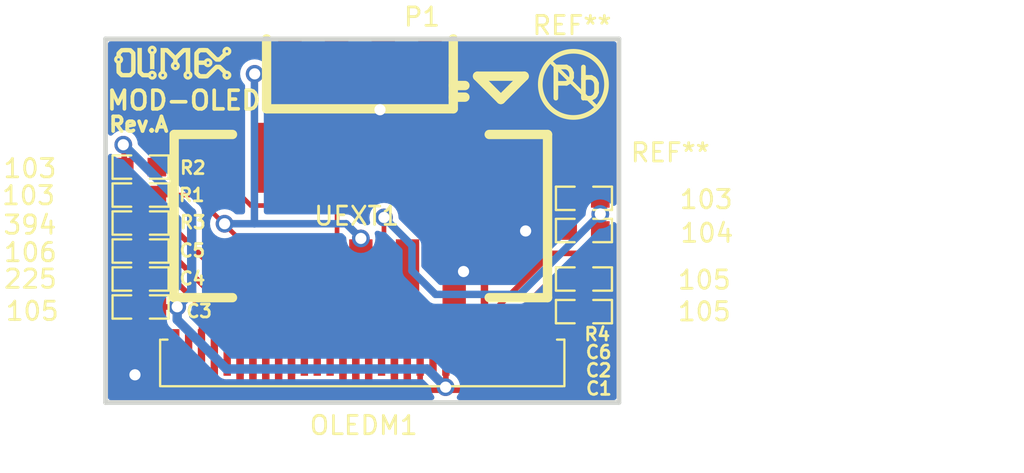
<source format=kicad_pcb>
(kicad_pcb (version 20221018) (generator pcbnew)
  (layers (0 "F.Cu" signal) (31 "B.Cu" signal) (34 "B.Paste" user) (35 "F.Paste" user) (36 "B.SilkS" user "B.Silkscreen") (37 "F.SilkS" user "F.Silkscreen") (38 "B.Mask" user) (39 "F.Mask" user) (44 "Edge.Cuts" user))
  (net 0 "")
  (net 1 "Net-(C1-Pad1)")
  (net 2 "Net-(C1-Pad2)")
  (net 3 "Net-(C2-Pad1)")
  (net 4 "Net-(C2-Pad2)")
  (net 5 "GND")
  (net 6 "Net-(C4-Pad1)")
  (net 7 "Net-(C5-Pad1)")
  (net 8 "/SCL")
  (net 9 "/SDA")
  (net 10 "Net-(OLEDM1-Pad26)")
  (net 11 "Net-(OLEDM1-Pad30)")
  (net 12 "Net-(OLEDM1-Pad1)")
  (net 13 "/VDD")
  (net 14 "Net-(OLEDM1-Pad7)")
  (net 15 "Net-(UEXT1-Pad3)")
  (net 16 "Net-(UEXT1-Pad4)")
  (net 17 "Net-(UEXT1-Pad7)")
  (net 18 "Net-(UEXT1-Pad8)")
  (net 19 "Net-(UEXT1-Pad9)")
  (net 20 "Net-(UEXT1-Pad10)")
  (net 21 "Net-(C6-Pad2)")
  (footprint "kicad_wrk:R_0603" (layer "F.Cu") (at 179.085031 137.466215 180)
    (fp_text reference "R3" (at -2.8448 0.0381 180) (layer "F.SilkS") (effects (font (size 0.7 0.7))))
    (fp_text value "394" (at 6.0198 -0.1016 180) (layer "F.SilkS"))
    (pad "1" smd rect (at -0.889 0 180) (size 1.016 1.016) (layers "F.Cu" "F.Paste" "F.Mask") (net 10 "Net-(OLEDM1-Pad26)"))
    (pad "2" smd rect (at 0.889 0 180) (size 1.016 1.016) (layers "F.Cu" "F.Paste" "F.Mask") (net 5 "GND"))
  )
  (footprint "kicad_wrk:R_0603" (layer "F.Cu") (at 179.085031 134.418215)
    (fp_text reference "R2" (at 2.8448 0.0381) (layer "F.SilkS") (effects (font (size 0.7 0.7))))
    (fp_text value "103" (at -6.0198 0.0762) (layer "F.SilkS"))
    (pad "1" smd rect (at -0.889 0) (size 1.016 1.016) (layers "F.Cu" "F.Paste" "F.Mask") (net 13 "/VDD"))
    (pad "2" smd rect (at 0.889 0) (size 1.016 1.016) (layers "F.Cu" "F.Paste" "F.Mask") (net 8 "/SCL"))
  )
  (footprint "kicad_wrk:R_0603" (layer "F.Cu") (at 179.085032 135.942215)
    (fp_text reference "R1" (at 2.7813 0) (layer "F.SilkS") (effects (font (size 0.7 0.7))))
    (fp_text value "103" (at -6.096 0.0254) (layer "F.SilkS"))
    (pad "1" smd rect (at -0.889 0) (size 1.016 1.016) (layers "F.Cu" "F.Paste" "F.Mask") (net 13 "/VDD"))
    (pad "2" smd rect (at 0.889 0) (size 1.016 1.016) (layers "F.Cu" "F.Paste" "F.Mask") (net 9 "/SDA"))
  )
  (footprint "kicad_wrk:C_0603" (layer "F.Cu") (at 179.085031 138.990215 180)
    (fp_text reference "C5" (at -2.8194 0.0254 180) (layer "F.SilkS") (effects (font (size 0.7 0.7))))
    (fp_text value "106" (at 5.9944 -0.0762 180) (layer "F.SilkS"))
    (pad "1" smd rect (at -0.889 0 180) (size 1.016 1.016) (layers "F.Cu" "F.Paste" "F.Mask") (net 7 "Net-(C5-Pad1)"))
    (pad "2" smd rect (at 0.889 0 180) (size 1.016 1.016) (layers "F.Cu" "F.Paste" "F.Mask") (net 5 "GND"))
  )
  (footprint "kicad_wrk:C_0603" (layer "F.Cu") (at 179.085032 140.514215 180)
    (fp_text reference "C4" (at -2.8194 0.0254 180) (layer "F.SilkS") (effects (font (size 0.7 0.7))))
    (fp_text value "225" (at 5.9944 0 180) (layer "F.SilkS"))
    (pad "1" smd rect (at -0.889 0 180) (size 1.016 1.016) (layers "F.Cu" "F.Paste" "F.Mask") (net 6 "Net-(C4-Pad1)"))
    (pad "2" smd rect (at 0.889 0 180) (size 1.016 1.016) (layers "F.Cu" "F.Paste" "F.Mask") (net 5 "GND"))
  )
  (footprint "kicad_wrk:C_0603" (layer "F.Cu") (at 179.085032 142.038215 180)
    (fp_text reference "C3" (at -3.1877 -0.2286 180) (layer "F.SilkS") (effects (font (size 0.7 0.7))))
    (fp_text value "105" (at 5.8928 -0.2286 180) (layer "F.SilkS"))
    (pad "1" smd rect (at -0.889 0 180) (size 1.016 1.016) (layers "F.Cu" "F.Paste" "F.Mask") (net 13 "/VDD"))
    (pad "2" smd rect (at 0.889 0 180) (size 1.016 1.016) (layers "F.Cu" "F.Paste" "F.Mask") (net 5 "GND"))
  )
  (footprint "kicad_wrk:C_0603" (layer "F.Cu") (at 203.215031 140.514215)
    (fp_text reference "C2" (at 0.8001 4.9784) (layer "F.SilkS") (effects (font (size 0.7 0.7))))
    (fp_text value "105" (at 6.5532 0.0508) (layer "F.SilkS"))
    (pad "1" smd rect (at -0.889 0) (size 1.016 1.016) (layers "F.Cu" "F.Paste" "F.Mask") (net 3 "Net-(C2-Pad1)"))
    (pad "2" smd rect (at 0.889 0) (size 1.016 1.016) (layers "F.Cu" "F.Paste" "F.Mask") (net 4 "Net-(C2-Pad2)"))
  )
  (footprint "kicad_wrk:C_0603" (layer "F.Cu") (at 203.215031 142.292215 180)
    (fp_text reference "C1" (at -0.8128 -4.191) (layer "F.SilkS") (effects (font (size 0.7 0.7))))
    (fp_text value "105" (at -6.5532 0 180) (layer "F.SilkS"))
    (pad "1" smd rect (at -0.889 0 180) (size 1.016 1.016) (layers "F.Cu" "F.Paste" "F.Mask") (net 1 "Net-(C1-Pad1)"))
    (pad "2" smd rect (at 0.889 0 180) (size 1.016 1.016) (layers "F.Cu" "F.Paste" "F.Mask") (net 2 "Net-(C1-Pad2)"))
  )
  (footprint "kicad_wrk:IROP055-SSD1306Z-PADS-ONLY" (layer "F.Cu") (at 191.150032 143.816215 180)
    (fp_text reference "OLEDM1" (at -0.0762 -4.6736 180) (layer "F.SilkS"))
    (fp_text value "IROP055")
    (pad "1" smd rect (at -10.15 -0.7 180) (size 0.4 2.54) (layers "F.Cu" "F.Paste" "F.Mask") (net 12 "Net-(OLEDM1-Pad1)"))
    (pad "2" smd rect (at -9.45 -0.7 180) (size 0.4 2.54) (layers "F.Cu" "F.Paste" "F.Mask") (net 1 "Net-(C1-Pad1)"))
    (pad "3" smd rect (at -8.75 -0.7 180) (size 0.4 2.54) (layers "F.Cu" "F.Paste" "F.Mask") (net 2 "Net-(C1-Pad2)"))
    (pad "4" smd rect (at -8.05 -0.7 180) (size 0.4 2.54) (layers "F.Cu" "F.Paste" "F.Mask") (net 3 "Net-(C2-Pad1)"))
    (pad "5" smd rect (at -7.35 -0.7 180) (size 0.4 2.54) (layers "F.Cu" "F.Paste" "F.Mask") (net 4 "Net-(C2-Pad2)"))
    (pad "6" smd rect (at -6.65 -0.7 180) (size 0.4 2.54) (layers "F.Cu" "F.Paste" "F.Mask") (net 13 "/VDD"))
    (pad "7" smd rect (at -5.95 -0.7 180) (size 0.4 2.54) (layers "F.Cu" "F.Paste" "F.Mask") (net 14 "Net-(OLEDM1-Pad7)"))
    (pad "8" smd rect (at -5.25 -0.7 180) (size 0.4 2.54) (layers "F.Cu" "F.Paste" "F.Mask") (net 5 "GND"))
    (pad "9" smd rect (at -4.55 -0.7 180) (size 0.4 2.54) (layers "F.Cu" "F.Paste" "F.Mask") (net 13 "/VDD"))
    (pad "10" smd rect (at -3.85 -0.7 180) (size 0.4 2.54) (layers "F.Cu" "F.Paste" "F.Mask") (net 5 "GND"))
    (pad "11" smd rect (at -3.15 -0.7 180) (size 0.4 2.54) (layers "F.Cu" "F.Paste" "F.Mask") (net 13 "/VDD"))
    (pad "12" smd rect (at -2.45 -0.7 180) (size 0.4 2.54) (layers "F.Cu" "F.Paste" "F.Mask") (net 5 "GND"))
    (pad "13" smd rect (at -1.75 -0.7 180) (size 0.4 2.54) (layers "F.Cu" "F.Paste" "F.Mask") (net 5 "GND"))
    (pad "14" smd rect (at -1.05 -0.7 180) (size 0.4 2.54) (layers "F.Cu" "F.Paste" "F.Mask") (net 21 "Net-(C6-Pad2)"))
    (pad "15" smd rect (at -0.35 -0.7 180) (size 0.4 2.54) (layers "F.Cu" "F.Paste" "F.Mask") (net 5 "GND"))
    (pad "16" smd rect (at 0.35 -0.7 180) (size 0.4 2.54) (layers "F.Cu" "F.Paste" "F.Mask") (net 5 "GND"))
    (pad "17" smd rect (at 1.05 -0.7 180) (size 0.4 2.54) (layers "F.Cu" "F.Paste" "F.Mask") (net 5 "GND"))
    (pad "18" smd rect (at 1.75 -0.7 180) (size 0.4 2.54) (layers "F.Cu" "F.Paste" "F.Mask") (net 8 "/SCL"))
    (pad "19" smd rect (at 2.45 -0.7 180) (size 0.4 2.54) (layers "F.Cu" "F.Paste" "F.Mask") (net 9 "/SDA"))
    (pad "20" smd rect (at 3.15 -0.7 180) (size 0.4 2.54) (layers "F.Cu" "F.Paste" "F.Mask") (net 9 "/SDA"))
    (pad "21" smd rect (at 3.85 -0.7 180) (size 0.4 2.54) (layers "F.Cu" "F.Paste" "F.Mask") (net 5 "GND"))
    (pad "22" smd rect (at 4.55 -0.7 180) (size 0.4 2.54) (layers "F.Cu" "F.Paste" "F.Mask") (net 5 "GND"))
    (pad "23" smd rect (at 5.25 -0.7 180) (size 0.4 2.54) (layers "F.Cu" "F.Paste" "F.Mask") (net 5 "GND"))
    (pad "24" smd rect (at 5.95 -0.7 180) (size 0.4 2.54) (layers "F.Cu" "F.Paste" "F.Mask") (net 5 "GND"))
    (pad "25" smd rect (at 6.65 -0.7 180) (size 0.4 2.54) (layers "F.Cu" "F.Paste" "F.Mask") (net 5 "GND"))
    (pad "26" smd rect (at 7.35 -0.7 180) (size 0.4 2.54) (layers "F.Cu" "F.Paste" "F.Mask") (net 10 "Net-(OLEDM1-Pad26)"))
    (pad "27" smd rect (at 8.05 -0.7 180) (size 0.4 2.54) (layers "F.Cu" "F.Paste" "F.Mask") (net 7 "Net-(C5-Pad1)"))
    (pad "28" smd rect (at 8.75 -0.7 180) (size 0.4 2.54) (layers "F.Cu" "F.Paste" "F.Mask") (net 6 "Net-(C4-Pad1)"))
    (pad "29" smd rect (at 9.45 -0.7 180) (size 0.4 2.54) (layers "F.Cu" "F.Paste" "F.Mask") (net 5 "GND"))
    (pad "30" smd rect (at 10.15 -0.7 180) (size 0.4 2.54) (layers "F.Cu" "F.Paste" "F.Mask") (net 11 "Net-(OLEDM1-Pad30)"))
  )
  (footprint "kicad_wrk:UEXTM-SMD" (layer "F.Cu") (at 191.073831 137.085215)
    (fp_text reference "UEXT1" (at -0.2286 0) (layer "F.SilkS"))
    (fp_text value "CONN_02X05")
    (pad "1" smd rect (at 5.08 -3.175) (size 1.27 3.81) (layers "F.Cu" "F.Paste" "F.Mask") (net 13 "/VDD"))
    (pad "2" smd rect (at 5.08 3.175) (size 1.27 3.81) (layers "F.Cu" "F.Paste" "F.Mask") (net 5 "GND"))
    (pad "3" smd rect (at 2.54 -3.175) (size 1.27 3.81) (layers "F.Cu" "F.Paste" "F.Mask") (net 15 "Net-(UEXT1-Pad3)"))
    (pad "4" smd rect (at 2.54 3.175) (size 1.27 3.81) (layers "F.Cu" "F.Paste" "F.Mask") (net 16 "Net-(UEXT1-Pad4)"))
    (pad "5" smd rect (at 0 -3.175) (size 1.27 3.81) (layers "F.Cu" "F.Paste" "F.Mask") (net 8 "/SCL"))
    (pad "6" smd rect (at 0 3.175) (size 1.27 3.81) (layers "F.Cu" "F.Paste" "F.Mask") (net 9 "/SDA"))
    (pad "7" smd rect (at -2.54 -3.175) (size 1.27 3.81) (layers "F.Cu" "F.Paste" "F.Mask") (net 17 "Net-(UEXT1-Pad7)"))
    (pad "8" smd rect (at -2.54 3.175) (size 1.27 3.81) (layers "F.Cu" "F.Paste" "F.Mask") (net 18 "Net-(UEXT1-Pad8)"))
    (pad "9" smd rect (at -5.08 -3.175) (size 1.27 3.81) (layers "F.Cu" "F.Paste" "F.Mask") (net 19 "Net-(UEXT1-Pad9)"))
    (pad "10" smd rect (at -5.08 3.175) (size 1.27 3.81) (layers "F.Cu" "F.Paste" "F.Mask") (net 20 "Net-(UEXT1-Pad10)"))
  )
  (footprint "kicad_wrk:SIP4_SMD" (layer "F.Cu") (at 191.023032 129.338213 180)
    (fp_text reference "P1" (at -3.3782 3.0988 180) (layer "F.SilkS"))
    (fp_text value "CONN_01X04")
    (pad "1" smd rect (at -3.81 0 180) (size 1.27 3.81) (layers "F.Cu" "F.Mask") (net 13 "/VDD"))
    (pad "2" smd rect (at -1.27 0 180) (size 1.27 3.81) (layers "F.Cu" "F.Mask") (net 5 "GND"))
    (pad "3" smd rect (at 1.27 0 180) (size 1.27 3.81) (layers "F.Cu" "F.Mask") (net 8 "/SCL"))
    (pad "4" smd rect (at 3.81 0 180) (size 1.27 3.81) (layers "F.Cu" "F.Mask") (net 9 "/SDA"))
  )
  (footprint "kicad_wrk:C_0603" (layer "F.Cu") (at 203.21503 137.872615)
    (fp_text reference "C6" (at 0.8001 6.6294) (layer "F.SilkS") (effects (font (size 0.7 0.7))))
    (fp_text value "104" (at 6.6929 0.1397) (layer "F.SilkS"))
    (pad "1" smd rect (at -0.889 0) (size 1.016 1.016) (layers "F.Cu" "F.Paste" "F.Mask") (net 5 "GND"))
    (pad "2" smd rect (at 0.889 0) (size 1.016 1.016) (layers "F.Cu" "F.Paste" "F.Mask") (net 21 "Net-(C6-Pad2)"))
  )
  (footprint "kicad_wrk:R_0603" (layer "F.Cu") (at 203.215032 136.120015)
    (fp_text reference "R4" (at 0.7239 7.4041) (layer "F.SilkS") (effects (font (size 0.7 0.7))))
    (fp_text value "103" (at 6.6548 0.0635) (layer "F.SilkS"))
    (pad "1" smd rect (at -0.889 0) (size 1.016 1.016) (layers "F.Cu" "F.Paste" "F.Mask") (net 13 "/VDD"))
    (pad "2" smd rect (at 0.889 0) (size 1.016 1.016) (layers "F.Cu" "F.Paste" "F.Mask") (net 21 "Net-(C6-Pad2)"))
  )
  (footprint "kicad_wrk:Fiducial1x3" (layer "F.Cu") (at 203.189632 133.821315 180)
    (fp_text reference "REF**" (at -4.7244 0.1905 180) (layer "F.SilkS"))
    (fp_text value "Fiducial1x3")
    (pad "Fid1" smd circle (at 0 0 180) (size 1 1) (layers "F.Cu" "F.Mask"))
  )
  (footprint "OLIMEX_LOGOs-FP:LOGO_OLIMEX_80" (layer "F.Cu") (at 180.837632 128.728615)
    (fp_text reference "" hide)
    (fp_text value "" hide)
  )
  (footprint "OLIMEX_LOGOs-FP:LOGO_PBFREE" (layer "F.Cu") (at 202.8444 130.2258)
    (fp_text reference "REF**" (at -0.2794 -3.52552) (layer "F.SilkS"))
    (fp_text value "LOGO_PBFREE")
    (fp_text user "Pb" (at -0.08636 -0.33528) (layer "F.SilkS") (effects (font (size 1.7 1.5) (thickness 0.254))))
  )
  (gr_line (start 177.180032 127.433215) (end 177.180031 147.245215) (stroke (width 0.254)) (layer "Edge.Cuts"))
  (gr_line (start 205.120031 127.433215) (end 205.120032 147.245215) (stroke (width 0.254)) (layer "Edge.Cuts"))
  (gr_line (start 177.180032 127.433215) (end 205.120031 127.433215) (stroke (width 0.254)) (layer "Edge.Cuts"))
  (gr_line (start 177.180031 147.245215) (end 205.120032 147.245215) (stroke (width 0.254)) (layer "Edge.Cuts"))
  (gr_text "MOD-OLED" (at 181.447231 130.786015) (layer "F.SilkS") (effects (font (size 1.016 1.016) (thickness 0.2))))
  (gr_text "Rev.A" (at 178.983432 132.094115) (layer "F.SilkS") (effects (font (size 0.8 0.8) (thickness 0.2))))
  (segment (start 200.600032 146.217715) (end 200.979831 146.597515) (width 0.4064) (layer "F.Cu") (net 1))
  (segment (start 200.979831 146.597515) (end 202.656232 146.597515) (width 0.4064) (layer "F.Cu") (net 1))
  (segment (start 202.656232 146.597515) (end 204.104032 145.149715) (width 0.4064) (layer "F.Cu") (net 1))
  (segment (start 204.104032 145.149715) (end 204.104031 142.292215) (width 0.4064) (layer "F.Cu") (net 1))
  (segment (start 200.600032 144.516215) (end 200.600032 146.217715) (width 0.4064) (layer "F.Cu") (net 1))
  (segment (start 199.900032 142.813215) (end 200.421032 142.292215) (width 0.3048) (layer "F.Cu") (net 2))
  (segment (start 200.421032 142.292215) (end 202.326031 142.292215) (width 0.3048) (layer "F.Cu") (net 2))
  (segment (start 199.900032 144.516215) (end 199.900032 142.813215) (width 0.3048) (layer "F.Cu") (net 2))
  (segment (start 199.200032 142.751215) (end 201.437032 140.514215) (width 0.254) (layer "F.Cu") (net 3))
  (segment (start 201.437032 140.514215) (end 202.326032 140.514215) (width 0.3048) (layer "F.Cu") (net 3))
  (segment (start 199.200031 144.516215) (end 199.200032 142.751215) (width 0.3048) (layer "F.Cu") (net 3))
  (segment (start 198.500031 142.054215) (end 201.437031 139.117215) (width 0.3048) (layer "F.Cu") (net 4))
  (segment (start 201.437031 139.117215) (end 203.723032 139.117215) (width 0.3048) (layer "F.Cu") (net 4))
  (segment (start 203.723032 139.117215) (end 204.104032 139.498215) (width 0.3048) (layer "F.Cu") (net 4))
  (segment (start 204.104032 139.498215) (end 204.104031 140.514215) (width 0.3048) (layer "F.Cu") (net 4))
  (segment (start 198.500031 144.516215) (end 198.500031 142.054215) (width 0.3048) (layer "F.Cu") (net 4))
  (segment (start 192.293032 131.116215) (end 192.115232 131.294015) (width 0.508) (layer "F.Cu") (net 5))
  (segment (start 196.661831 140.107815) (end 196.509431 140.260215) (width 0.508) (layer "F.Cu") (net 5))
  (segment (start 196.509431 140.260215) (end 196.153832 140.260215) (width 0.508) (layer "F.Cu") (net 5))
  (segment (start 178.196031 138.990215) (end 178.196032 140.514215) (width 0.4064) (layer "F.Cu") (net 5))
  (segment (start 178.196032 145.162415) (end 179.643832 146.610215) (width 0.4064) (layer "F.Cu") (net 5))
  (segment (start 179.643832 146.610215) (end 181.548831 146.610215) (width 0.4064) (layer "F.Cu") (net 5))
  (segment (start 181.548831 146.610215) (end 181.700031 146.459015) (width 0.3048) (layer "F.Cu") (net 5))
  (segment (start 181.700031 146.459015) (end 181.700031 144.516215) (width 0.3048) (layer "F.Cu") (net 5))
  (segment (start 184.500032 146.589615) (end 184.479432 146.610215) (width 0.3048) (layer "F.Cu") (net 5))
  (segment (start 184.479432 146.610215) (end 181.548831 146.610215) (width 0.4064) (layer "F.Cu") (net 5))
  (segment (start 184.500032 146.559415) (end 184.500032 146.589615) (width 0.3048) (layer "F.Cu") (net 5))
  (segment (start 200.065432 137.872615) (end 200.040032 137.898015) (width 0.508) (layer "F.Cu") (net 5))
  (segment (start 196.400032 140.506414) (end 196.153832 140.260215) (width 0.254) (layer "F.Cu") (net 5))
  (segment (start 193.600031 142.890215) (end 193.829732 142.660515) (width 0.254) (layer "F.Cu") (net 5))
  (segment (start 193.829732 142.660515) (end 194.998131 142.660515) (width 0.254) (layer "F.Cu") (net 5))
  (segment (start 196.400031 142.660515) (end 196.400032 140.506414) (width 0.254) (layer "F.Cu") (net 5))
  (segment (start 195.000032 142.660515) (end 194.998132 142.662415) (width 0.254) (layer "F.Cu") (net 5))
  (segment (start 194.998132 142.662415) (end 194.998132 142.749415) (width 0.254) (layer "F.Cu") (net 5))
  (segment (start 194.998132 142.749415) (end 194.998131 142.660515) (width 0.254) (layer "F.Cu") (net 5))
  (segment (start 194.998131 142.660515) (end 196.400031 142.660515) (width 0.254) (layer "F.Cu") (net 5))
  (segment (start 193.283632 146.610215) (end 193.600031 146.293815) (width 0.4064) (layer "F.Cu") (net 5))
  (segment (start 193.600031 146.293815) (end 193.600031 144.516215) (width 0.4064) (layer "F.Cu") (net 5))
  (segment (start 192.900032 146.610215) (end 192.915332 146.594915) (width 0.4064) (layer "F.Cu") (net 5))
  (segment (start 192.915332 146.594915) (end 192.915332 146.508615) (width 0.4064) (layer "F.Cu") (net 5))
  (segment (start 192.915332 146.508615) (end 192.915332 146.610215) (width 0.4064) (layer "F.Cu") (net 5))
  (segment (start 192.915332 146.610215) (end 193.283632 146.610215) (width 0.4064) (layer "F.Cu") (net 5))
  (segment (start 191.500031 146.610215) (end 191.505631 146.604614) (width 0.4064) (layer "F.Cu") (net 5))
  (segment (start 191.505631 146.604614) (end 191.505632 146.483215) (width 0.4064) (layer "F.Cu") (net 5))
  (segment (start 191.505632 146.483215) (end 191.505631 146.610215) (width 0.4064) (layer "F.Cu") (net 5))
  (segment (start 191.505631 146.610215) (end 192.915332 146.610215) (width 0.4064) (layer "F.Cu") (net 5))
  (segment (start 190.800032 146.610215) (end 190.807132 146.603115) (width 0.4064) (layer "F.Cu") (net 5))
  (segment (start 190.807132 146.603115) (end 190.807132 146.495915) (width 0.4064) (layer "F.Cu") (net 5))
  (segment (start 190.807132 146.495915) (end 190.807131 146.610215) (width 0.4064) (layer "F.Cu") (net 5))
  (segment (start 190.807131 146.610215) (end 191.505631 146.610215) (width 0.4064) (layer "F.Cu") (net 5))
  (segment (start 190.100032 146.610215) (end 190.108632 146.601615) (width 0.4064) (layer "F.Cu") (net 5))
  (segment (start 190.108632 146.601615) (end 190.108632 146.432414) (width 0.4064) (layer "F.Cu") (net 5))
  (segment (start 190.108632 146.432414) (end 190.108632 146.610215) (width 0.4064) (layer "F.Cu") (net 5))
  (segment (start 190.108632 146.610215) (end 190.807131 146.610215) (width 0.4064) (layer "F.Cu") (net 5))
  (segment (start 187.300032 146.610215) (end 187.314631 146.595615) (width 0.4064) (layer "F.Cu") (net 5))
  (segment (start 187.314631 146.595615) (end 187.314631 146.495914) (width 0.4064) (layer "F.Cu") (net 5))
  (segment (start 187.314631 146.495914) (end 187.314632 146.610215) (width 0.4064) (layer "F.Cu") (net 5))
  (segment (start 187.314632 146.610215) (end 190.108632 146.610215) (width 0.4064) (layer "F.Cu") (net 5))
  (segment (start 186.600031 146.610215) (end 186.590732 146.600915) (width 0.4064) (layer "F.Cu") (net 5))
  (segment (start 186.590732 146.600915) (end 186.590732 146.521314) (width 0.4064) (layer "F.Cu") (net 5))
  (segment (start 186.590732 146.521314) (end 186.590732 146.610215) (width 0.4064) (layer "F.Cu") (net 5))
  (segment (start 186.590732 146.610215) (end 187.314632 146.610215) (width 0.4064) (layer "F.Cu") (net 5))
  (segment (start 185.900032 146.610214) (end 185.892232 146.602415) (width 0.4064) (layer "F.Cu") (net 5))
  (segment (start 185.892232 146.602415) (end 185.892232 146.483214) (width 0.4064) (layer "F.Cu") (net 5))
  (segment (start 185.892232 146.483214) (end 185.892232 146.610215) (width 0.4064) (layer "F.Cu") (net 5))
  (segment (start 185.892232 146.610215) (end 186.590732 146.610215) (width 0.4064) (layer "F.Cu") (net 5))
  (segment (start 185.200032 146.610215) (end 185.206432 146.603815) (width 0.4064) (layer "F.Cu") (net 5))
  (segment (start 185.206432 146.603815) (end 185.206431 146.508615) (width 0.4064) (layer "F.Cu") (net 5))
  (segment (start 185.206431 146.508615) (end 185.206431 146.610215) (width 0.4064) (layer "F.Cu") (net 5))
  (segment (start 185.206431 146.610215) (end 185.892232 146.610215) (width 0.4064) (layer "F.Cu") (net 5))
  (segment (start 178.196031 145.149715) (end 178.780232 145.733915) (width 0.4064) (layer "F.Cu") (net 5))
  (segment (start 178.196032 142.038215) (end 178.196032 145.162415) (width 0.4064) (layer "F.Cu") (net 5))
  (segment (start 178.196032 142.038215) (end 178.196031 145.149715) (width 0.4064) (layer "F.Cu") (net 5))
  (segment (start 192.293032 129.338215) (end 192.293032 131.116215) (width 0.508) (layer "F.Cu") (net 5))
  (segment (start 185.900032 144.516215) (end 185.900032 146.610214) (width 0.4064) (layer "F.Cu") (net 5))
  (segment (start 190.800031 144.516215) (end 190.800032 146.610215) (width 0.4064) (layer "F.Cu") (net 5))
  (segment (start 193.600031 144.516215) (end 193.600031 142.890215) (width 0.254) (layer "F.Cu") (net 5))
  (segment (start 187.300031 144.516215) (end 187.300032 146.610215) (width 0.4064) (layer "F.Cu") (net 5))
  (segment (start 186.600032 144.516215) (end 186.600031 146.610215) (width 0.4064) (layer "F.Cu") (net 5))
  (segment (start 192.900031 144.516215) (end 192.900032 146.610215) (width 0.4064) (layer "F.Cu") (net 5))
  (segment (start 190.100031 144.516215) (end 190.100032 146.610215) (width 0.4064) (layer "F.Cu") (net 5))
  (segment (start 202.326031 137.872615) (end 200.065432 137.872615) (width 0.508) (layer "F.Cu") (net 5))
  (segment (start 196.400031 144.516215) (end 196.400031 142.660515) (width 0.254) (layer "F.Cu") (net 5))
  (segment (start 184.479432 146.610215) (end 185.206431 146.610215) (width 0.4064) (layer "F.Cu") (net 5))
  (segment (start 185.200031 144.516215) (end 185.200032 146.610215) (width 0.4064) (layer "F.Cu") (net 5))
  (segment (start 195.000032 144.516215) (end 195.000032 142.660515) (width 0.254) (layer "F.Cu") (net 5))
  (segment (start 178.196031 137.466215) (end 178.196031 138.990215) (width 0.4064) (layer "F.Cu") (net 5))
  (segment (start 184.500031 144.516215) (end 184.500032 146.559415) (width 0.4064) (layer "F.Cu") (net 5))
  (segment (start 196.153832 140.260215) (end 196.153832 139.053715) (width 0.3048) (layer "F.Cu") (net 5))
  (segment (start 178.196032 140.514215) (end 178.196032 142.038215) (width 0.4064) (layer "F.Cu") (net 5))
  (segment (start 191.500032 144.516215) (end 191.500031 146.610215) (width 0.4064) (layer "F.Cu") (net 5))
  (via (at 178.780232 145.733915) (size 0.9652) (drill 0.6096) (layers "F.Cu" "B.Cu") (net 5))
  (via (at 200.040032 137.898015) (size 0.9652) (drill 0.6096) (layers "F.Cu" "B.Cu") (net 5))
  (via (at 196.661831 140.107815) (size 0.9652) (drill 0.6096) (layers "F.Cu" "B.Cu") (net 5))
  (via (at 192.115232 131.294015) (size 0.9652) (drill 0.6096) (layers "F.Cu" "B.Cu") (net 5))
  (segment (start 192.115232 131.294015) (end 194.756831 133.935615) (width 0.508) (layer "B.Cu") (net 5))
  (segment (start 194.756831 133.935615) (end 199.354232 133.935615) (width 0.508) (layer "B.Cu") (net 5))
  (segment (start 199.354232 133.935615) (end 200.014632 134.596015) (width 0.508) (layer "B.Cu") (net 5))
  (segment (start 200.014632 134.596015) (end 200.014631 137.898015) (width 0.508) (layer "B.Cu") (net 5))
  (segment (start 200.014632 138.482215) (end 198.389032 140.107815) (width 0.508) (layer "B.Cu") (net 5))
  (segment (start 198.389032 140.107815) (end 196.661831 140.107815) (width 0.508) (layer "B.Cu") (net 5))
  (segment (start 200.040032 137.898015) (end 200.014631 137.898015) (width 0.508) (layer "B.Cu") (net 5))
  (segment (start 200.014631 137.898015) (end 200.040032 137.898015) (width 0.508) (layer "B.Cu") (net 5))
  (segment (start 200.040032 137.898015) (end 200.014631 137.898015) (width 0.508) (layer "B.Cu") (net 5))
  (segment (start 200.014631 137.898015) (end 200.014632 138.482215) (width 0.508) (layer "B.Cu") (net 5))
  (segment (start 178.780232 145.733915) (end 179.313631 146.267315) (width 0.4064) (layer "B.Cu") (net 5))
  (segment (start 179.313631 146.267315) (end 179.402531 146.267315) (width 0.4064) (layer "B.Cu") (net 5))
  (segment (start 182.400031 142.051215) (end 180.863032 140.514215) (width 0.3048) (layer "F.Cu") (net 6))
  (segment (start 180.863032 140.514215) (end 179.974032 140.514215) (width 0.3048) (layer "F.Cu") (net 6))
  (segment (start 182.400031 144.516215) (end 182.400031 142.051215) (width 0.3048) (layer "F.Cu") (net 6))
  (segment (start 183.100032 141.481215) (end 180.609032 138.990215) (width 0.3048) (layer "F.Cu") (net 7))
  (segment (start 180.609032 138.990215) (end 179.974032 138.990215) (width 0.3048) (layer "F.Cu") (net 7))
  (segment (start 183.100032 144.516215) (end 183.100032 141.481215) (width 0.3048) (layer "F.Cu") (net 7))
  (segment (start 191.073832 132.094115) (end 189.753032 130.773316) (width 0.508) (layer "F.Cu") (net 8))
  (segment (start 189.753032 130.773316) (end 189.753032 129.338216) (width 0.254) (layer "F.Cu") (net 8))
  (segment (start 189.753031 130.760615) (end 189.753032 129.338216) (width 0.3048) (layer "F.Cu") (net 8))
  (segment (start 182.996632 134.418215) (end 185.092131 136.513715) (width 0.254) (layer "F.Cu") (net 8))
  (segment (start 185.092131 136.513715) (end 189.778432 136.513715) (width 0.254) (layer "F.Cu") (net 8))
  (segment (start 189.400032 142.772214) (end 189.778431 142.393815) (width 0.254) (layer "F.Cu") (net 8))
  (segment (start 189.778431 142.393815) (end 189.778432 136.513715) (width 0.254) (layer "F.Cu") (net 8))
  (segment (start 189.778432 136.513715) (end 189.778432 136.615315) (width 0.254) (layer "F.Cu") (net 8))
  (segment (start 189.778432 136.615315) (end 189.778432 136.513715) (width 0.254) (layer "F.Cu") (net 8))
  (segment (start 191.073832 136.081914) (end 190.642031 136.513715) (width 0.254) (layer "F.Cu") (net 8))
  (segment (start 190.642031 136.513715) (end 189.778432 136.513715) (width 0.254) (layer "F.Cu") (net 8))
  (segment (start 179.974032 134.418215) (end 182.996632 134.418215) (width 0.254) (layer "F.Cu") (net 8))
  (segment (start 191.073831 133.910215) (end 191.073832 132.094115) (width 0.254) (layer "F.Cu") (net 8))
  (segment (start 189.400032 144.516215) (end 189.400032 142.772214) (width 0.254) (layer "F.Cu") (net 8))
  (segment (start 191.073831 133.910215) (end 191.073832 136.081914) (width 0.254) (layer "F.Cu") (net 8))
  (segment (start 188.000032 142.964914) (end 187.708332 142.673214) (width 0.254) (layer "F.Cu") (net 9))
  (segment (start 187.708332 142.673214) (end 184.825432 142.673214) (width 0.254) (layer "F.Cu") (net 9))
  (segment (start 184.825432 142.673214) (end 184.571432 142.419215) (width 0.254) (layer "F.Cu") (net 9))
  (segment (start 184.571432 142.419215) (end 184.571432 138.456815) (width 0.254) (layer "F.Cu") (net 9))
  (segment (start 184.571432 138.456815) (end 183.657032 137.542413) (width 0.254) (layer "F.Cu") (net 9))
  (segment (start 182.056832 135.942215) (end 179.974032 135.942215) (width 0.254) (layer "F.Cu") (net 9))
  (segment (start 183.657031 137.504315) (end 183.637982 137.523364) (width 0.254) (layer "F.Cu") (net 9))
  (segment (start 183.637982 137.523364) (end 183.657031 137.504315) (width 0.254) (layer "F.Cu") (net 9))
  (segment (start 183.657031 137.504315) (end 183.657032 137.542413) (width 0.254) (layer "F.Cu") (net 9))
  (segment (start 183.657032 137.542413) (end 182.056832 135.942215) (width 0.254) (layer "F.Cu") (net 9))
  (segment (start 188.700032 144.516215) (end 188.000031 144.516215) (width 0.3048) (layer "F.Cu") (net 9))
  (segment (start 187.213032 129.338214) (end 185.295332 129.338216) (width 0.4064) (layer "F.Cu") (net 9))
  (segment (start 191.073832 140.260214) (end 191.073832 138.304415) (width 0.254) (layer "F.Cu") (net 9))
  (segment (start 188.000031 144.516215) (end 188.000032 142.964914) (width 0.254) (layer "F.Cu") (net 9))
  (segment (start 188.700032 144.516215) (end 188.700032 143.474415) (width 0.3048) (layer "F.Cu") (net 9))
  (via (at 185.295332 129.338216) (size 0.9652) (drill 0.6096) (layers "F.Cu" "B.Cu") (net 9))
  (via (at 191.073832 138.304415) (size 0.9652) (drill 0.6096) (layers "F.Cu" "B.Cu") (net 9))
  (via (at 183.657031 137.504315) (size 0.9652) (drill 0.6096) (layers "F.Cu" "B.Cu") (net 9))
  (segment (start 191.073832 138.304415) (end 190.273732 137.504315) (width 0.4064) (layer "B.Cu") (net 9))
  (segment (start 190.273732 137.504315) (end 185.282631 137.504315) (width 0.4064) (layer "B.Cu") (net 9))
  (segment (start 185.295332 129.338216) (end 185.282632 129.350915) (width 0.254) (layer "B.Cu") (net 9))
  (segment (start 185.282632 129.350915) (end 185.282631 137.504315) (width 0.4064) (layer "B.Cu") (net 9))
  (segment (start 185.282631 137.504315) (end 183.657031 137.504315) (width 0.4064) (layer "B.Cu") (net 9))
  (segment (start 183.800032 140.657215) (end 180.609032 137.466215) (width 0.3048) (layer "F.Cu") (net 10))
  (segment (start 180.609032 137.466215) (end 179.974031 137.466215) (width 0.3048) (layer "F.Cu") (net 10))
  (segment (start 183.800032 144.516215) (end 183.800032 140.657215) (width 0.3048) (layer "F.Cu") (net 10))
  (segment (start 197.800032 136.864515) (end 196.337982 135.402465) (width 0.3048) (layer "F.Cu") (net 13))
  (segment (start 194.833031 131.471815) (end 196.153831 132.792615) (width 0.4064) (layer "F.Cu") (net 13))
  (segment (start 197.779432 136.882015) (end 196.153832 135.256415) (width 0.508) (layer "F.Cu") (net 13))
  (segment (start 196.153832 135.256415) (end 196.153832 133.910215) (width 0.3048) (layer "F.Cu") (net 13))
  (segment (start 178.196031 133.249815) (end 178.145231 133.199015) (width 0.3048) (layer "F.Cu") (net 13))
  (segment (start 181.066232 142.038215) (end 181.078932 142.025515) (width 0.3048) (layer "F.Cu") (net 13))
  (segment (start 194.300032 146.229616) (end 194.642532 146.572115) (width 0.3048) (layer "F.Cu") (net 13))
  (segment (start 194.642532 146.572115) (end 195.696631 146.572115) (width 0.3048) (layer "F.Cu") (net 13))
  (segment (start 197.563532 146.572115) (end 197.800032 146.335615) (width 0.3048) (layer "F.Cu") (net 13))
  (segment (start 197.800032 146.335615) (end 197.800032 144.516215) (width 0.3048) (layer "F.Cu") (net 13))
  (segment (start 195.700032 146.572113) (end 195.696632 146.568715) (width 0.3048) (layer "F.Cu") (net 13))
  (segment (start 195.696632 146.568715) (end 195.696631 146.432414) (width 0.3048) (layer "F.Cu") (net 13))
  (segment (start 195.696631 146.432414) (end 195.696631 146.572115) (width 0.3048) (layer "F.Cu") (net 13))
  (segment (start 195.696631 146.572115) (end 197.563532 146.572115) (width 0.3048) (layer "F.Cu") (net 13))
  (segment (start 198.541432 136.120015) (end 197.779432 136.882015) (width 0.508) (layer "F.Cu") (net 13))
  (segment (start 195.683931 146.407015) (end 195.696631 146.419715) (width 0.508) (layer "F.Cu") (net 13))
  (segment (start 195.696631 146.419715) (end 195.696632 146.568715) (width 0.508) (layer "F.Cu") (net 13))
  (segment (start 179.974031 142.038215) (end 181.066232 142.038215) (width 0.3048) (layer "F.Cu") (net 13))
  (segment (start 195.700031 144.516215) (end 195.700032 146.572113) (width 0.3048) (layer "F.Cu") (net 13))
  (segment (start 194.833031 129.338215) (end 194.833031 131.471815) (width 0.4064) (layer "F.Cu") (net 13))
  (segment (start 178.196032 134.418213) (end 178.196031 133.249815) (width 0.3048) (layer "F.Cu") (net 13))
  (segment (start 178.196032 135.942215) (end 178.196032 134.418213) (width 0.4064) (layer "F.Cu") (net 13))
  (segment (start 194.300032 144.516215) (end 194.300032 146.229616) (width 0.3048) (layer "F.Cu") (net 13))
  (segment (start 197.800032 144.516215) (end 197.800032 136.864515) (width 0.4064) (layer "F.Cu") (net 13))
  (segment (start 196.153832 133.910215) (end 196.153831 132.792615) (width 0.3048) (layer "F.Cu") (net 13))
  (segment (start 202.326032 136.120015) (end 198.541432 136.120015) (width 0.508) (layer "F.Cu") (net 13))
  (via (at 178.145231 133.199015) (size 0.9652) (drill 0.6096) (layers "F.Cu" "B.Cu") (net 13))
  (via (at 181.078932 142.025515) (size 0.9652) (drill 0.6096) (layers "F.Cu" "B.Cu") (net 13))
  (via (at 195.683931 146.407015) (size 0.9652) (drill 0.6096) (layers "F.Cu" "B.Cu") (net 13))
  (segment (start 178.145231 133.199015) (end 181.828232 136.882015) (width 0.508) (layer "B.Cu") (net 13))
  (segment (start 181.828232 136.882015) (end 181.866332 136.894715) (width 0.3048) (layer "B.Cu") (net 13))
  (segment (start 181.078932 142.025515) (end 181.866332 141.238116) (width 0.508) (layer "B.Cu") (net 13))
  (segment (start 181.866332 141.238116) (end 181.866332 136.894715) (width 0.508) (layer "B.Cu") (net 13))
  (segment (start 181.078932 142.736715) (end 183.758632 145.416415) (width 0.508) (layer "B.Cu") (net 13))
  (segment (start 183.758632 145.416415) (end 194.693332 145.416414) (width 0.508) (layer "B.Cu") (net 13))
  (segment (start 194.693332 145.416414) (end 195.683931 146.407015) (width 0.508) (layer "B.Cu") (net 13))
  (segment (start 181.078932 142.025515) (end 181.078932 142.736715) (width 0.508) (layer "B.Cu") (net 13))
  (segment (start 192.200032 142.728115) (end 192.331132 142.597015) (width 0.254) (layer "F.Cu") (net 21))
  (segment (start 192.331132 142.597015) (end 192.331131 137.161415) (width 0.254) (layer "F.Cu") (net 21))
  (segment (start 204.104032 136.970914) (end 204.104031 137.872615) (width 0.508) (layer "F.Cu") (net 21))
  (segment (start 192.200032 144.516215) (end 192.200032 142.728115) (width 0.254) (layer "F.Cu") (net 21))
  (segment (start 204.104032 136.120015) (end 204.104032 136.970914) (width 0.508) (layer "F.Cu") (net 21))
  (via (at 192.331131 137.161415) (size 0.9652) (drill 0.6096) (layers "F.Cu" "B.Cu") (net 21))
  (via (at 204.104032 136.970914) (size 0.9652) (drill 0.6096) (layers "F.Cu" "B.Cu") (net 21))
  (segment (start 192.331131 137.161415) (end 193.855132 138.685415) (width 0.4064) (layer "B.Cu") (net 21))
  (segment (start 193.855132 138.685415) (end 193.855132 140.069715) (width 0.4064) (layer "B.Cu") (net 21))
  (segment (start 193.855132 140.069715) (end 195.137832 141.352414) (width 0.4064) (layer "B.Cu") (net 21))
  (segment (start 195.137832 141.352414) (end 199.722532 141.352415) (width 0.4064) (layer "B.Cu") (net 21))
  (segment (start 199.722532 141.352415) (end 204.104032 136.970914) (width 0.4064) (layer "B.Cu") (net 21))
  (zone (net 5) (net_name "GND") (layer "B.Cu") (connect_pads (clearance 0.3048)) (min_thickness 0.3048) (fill yes (thermal_gap 0.508) (thermal_bridge_width 0.508))
    (polygon (pts (xy 205.069232 147.194415) (xy 177.180031 147.194415) (xy 177.103832 127.458615) (xy 205.031132 127.458615)))
  )
)
</source>
